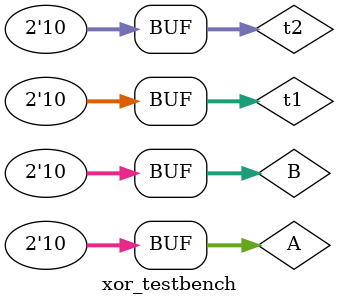
<source format=v>
module xor_testbench;

// input and output test signals
wire [1:0] t1;
wire [1:0] t2;

wire [1:0] C;

reg [1:0] A;
reg [1:0] B;

assign t1 = A;
assign t2 = B;

// creating the instance of the module we want to test
xorgate ag(t1, t2, C);

initial
begin
A = 2'b00;
B = 2'b00;
#10; // pause (5 units of delay)
A = 2'b00;
B = 2'b01;
#10; // pause (5 units of delay)
A = 2'b00;
B = 2'b10;
#10; // pause (5 units of delay)
A = 2'b01;
B = 2'b00;
#10; // pause (5 units of delay)
A = 2'b01;
B = 2'b01;
#10; // pause (5 units of delay)
A = 2'b01;
B = 2'b10;
#10; // pause (5 units of delay)
A = 2'b10;
B = 2'b00;
#100; // pause (5 units of delay)
A = 2'b10;
B = 2'b01;
#10; // pause (5 units of delay)
A = 2'b10;
B = 2'b10;
#100; // pause (5 units of delay)
end

// print signal values on every change
initial
$monitor("%b %b %b", A, B, C);

initial
$dumpvars;

endmodule

</source>
